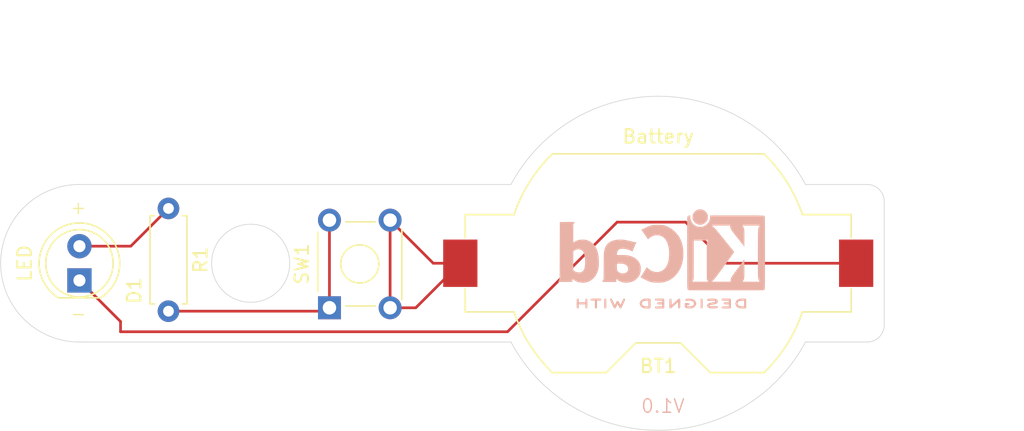
<source format=kicad_pcb>
(kicad_pcb (version 20240108) (generator "pcbnew") (generator_version "8.0")
  (title_block (title "LEd Torch") (date "2024-04-02") (rev "0.1"))
  (layers (0 "F.Cu" signal) (31 "B.Cu" signal) (34 "B.Paste" user) (35 "F.Paste" user) (36 "B.SilkS" user "B.Silkscreen") (37 "F.SilkS" user "F.Silkscreen") (38 "B.Mask" user) (39 "F.Mask" user) (44 "Edge.Cuts" user))
  (net 0 "")
  (net 1 "/LED_cathode")
  (net 2 "/Bat_pos")
  (net 3 "/LED_anode")
  (net 4 "Net-(SW1A-A)")
  (footprint "Battery:BatteryHolder_Keystone_1058_1x2032" (layer "F.Cu") (at 164.592 134.874)
    (property "Reference" "BT1" (at 0 7.62 0) (layer "F.SilkS"))
    (property "Value" "Battery" (at 0 -9.398 0) (layer "F.SilkS"))
    (pad "1" smd rect (at -14.68 0) (size 2.54 3.51) (layers "F.Cu" "F.Paste" "F.Mask") (net 2 "/Bat_pos"))
    (pad "2" smd rect (at 14.68 0) (size 2.54 3.51) (layers "F.Cu" "F.Paste" "F.Mask") (net 1 "/LED_cathode"))
  )
  (footprint "Button_Switch_THT:SW_TH_Tactile_Omron_B3F-10xx" (layer "F.Cu") (at 140.208 138.176 90)
    (property "Reference" "SW1" (at 3.25 -2.05 270) (layer "F.SilkS"))
    (property "Value" "SW_DPST_x2")
    (pad "1" thru_hole rect (at 0 0 90) (size 1.7 1.7) (drill 1) (layers "*.Cu" "*.Mask") (net 4 "Net-(SW1A-A)"))
    (pad "1" thru_hole circle (at 6.5 0 90) (size 1.7 1.7) (drill 1) (layers "*.Cu" "*.Mask") (net 4 "Net-(SW1A-A)"))
    (pad "2" thru_hole circle (at 0 4.5 90) (size 1.7 1.7) (drill 1) (layers "*.Cu" "*.Mask") (net 2 "/Bat_pos"))
    (pad "2" thru_hole circle (at 6.5 4.5 90) (size 1.7 1.7) (drill 1) (layers "*.Cu" "*.Mask") (net 2 "/Bat_pos"))
  )
  (footprint "LED_THT:LED_D5.0mm" (layer "F.Cu") (at 121.666 136.149 90)
    (property "Reference" "D1" (at -0.757 4.064 270) (layer "F.SilkS"))
    (property "Value" "LED" (at 1.275 -4.064 270) (layer "F.SilkS"))
    (pad "1" thru_hole rect (at 0 0 90) (size 1.8 1.8) (drill 0.9) (layers "*.Cu" "*.Mask") (net 1 "/LED_cathode"))
    (pad "2" thru_hole circle (at 2.54 0 90) (size 1.8 1.8) (drill 0.9) (layers "*.Cu" "*.Mask") (net 3 "/LED_anode"))
  )
  (footprint "Resistor_THT:R_Axial_DIN0207_L6.3mm_D2.5mm_P7.62mm_Horizontal" (layer "F.Cu") (at 128.27 130.81 -90)
    (property "Reference" "R1" (at 3.81 -2.37 90) (layer "F.SilkS"))
    (property "Value" "R")
    (pad "1" thru_hole circle (at 0 0 270) (size 1.6 1.6) (drill 0.8) (layers "*.Cu" "*.Mask") (net 3 "/LED_anode"))
    (pad "2" thru_hole oval (at 7.62 0 270) (size 1.6 1.6) (drill 0.8) (layers "*.Cu" "*.Mask") (net 4 "Net-(SW1A-A)"))
  )
  (footprint "Symbol:KiCad-Logo2_6mm_SilkScreen" (layer "B.Cu") (at 164.846 133.858 180)
    (property "Reference" "REF**" (hide yes))
    (property "Value" "KiCad-Logo2_6mm_SilkScreen" (hide yes))
  )
  (gr_line (start 121.666 140.716) (end 153.67 140.716) (stroke (width 0.05)) (layer "Edge.Cuts"))
  (gr_line (start 175.514 129.032) (end 180.086 129.032) (stroke (width 0.05)) (layer "Edge.Cuts"))
  (gr_arc (start 181.356 139.446) (mid 180.984026 140.344026) (end 180.086 140.716) (stroke (width 0.05)) (layer "Edge.Cuts"))
  (gr_circle (center 134.366 134.874) (end 136.652 136.652) (stroke (width 0.05)) (fill none) (layer "Edge.Cuts"))
  (gr_arc (start 180.086 129.032) (mid 180.984026 129.403974) (end 181.356 130.302) (stroke (width 0.05)) (layer "Edge.Cuts"))
  (gr_arc (start 175.514 140.716) (mid 164.592 147.260244) (end 153.67 140.716) (stroke (width 0.05)) (layer "Edge.Cuts"))
  (gr_arc (start 121.666 140.716) (mid 115.824 134.874) (end 121.666 129.032) (stroke (width 0.05)) (layer "Edge.Cuts"))
  (gr_arc (start 153.67 129.032) (mid 164.592 122.487756) (end 175.514 129.032) (stroke (width 0.05)) (layer "Edge.Cuts"))
  (gr_line (start 181.356 139.446) (end 181.356 130.302) (stroke (width 0.05)) (layer "Edge.Cuts"))
  (gr_line (start 153.67 129.032) (end 121.666 129.032) (stroke (width 0.05)) (layer "Edge.Cuts"))
  (gr_line (start 175.514 140.716) (end 180.086 140.716) (stroke (width 0.05)) (layer "Edge.Cuts"))
  (gr_text "V1.0" (at 166.624 146.05 0) (layer "B.SilkS") (effects (font (size 1 1) (thickness 0.1)) (justify left bottom mirror)))
  (gr_text "-" (at 120.904 139.192 0) (layer "F.SilkS") (effects (font (size 1 1) (thickness 0.1)) (justify left bottom)))
  (gr_text "+" (at 120.904 131.318 0) (layer "F.SilkS") (effects (font (size 1 1) (thickness 0.1)) (justify left bottom)))
  (segment (start 121.666 136.149) (end 124.714 139.197) (width 0.2) (layer "F.Cu") (net 1))
  (segment (start 124.714 139.954) (end 153.416 139.954) (width 0.2) (layer "F.Cu") (net 1))
  (segment (start 124.714 139.197) (end 124.714 139.954) (width 0.2) (layer "F.Cu") (net 1))
  (segment (start 161.544 131.826) (end 166.624 131.826) (width 0.2) (layer "F.Cu") (net 1))
  (segment (start 153.416 139.954) (end 161.544 131.826) (width 0.2) (layer "F.Cu") (net 1))
  (segment (start 169.672 134.874) (end 179.272 134.874) (width 0.2) (layer "F.Cu") (net 1))
  (segment (start 166.624 131.826) (end 169.672 134.874) (width 0.2) (layer "F.Cu") (net 1))
  (segment (start 149.912 134.874) (end 147.906 134.874) (width 0.2) (layer "F.Cu") (net 2))
  (segment (start 144.708 138.176) (end 146.61 138.176) (width 0.2) (layer "F.Cu") (net 2))
  (segment (start 144.708 131.676) (end 144.708 138.176) (width 0.2) (layer "F.Cu") (net 2))
  (segment (start 146.61 138.176) (end 149.912 134.874) (width 0.2) (layer "F.Cu") (net 2))
  (segment (start 147.906 134.874) (end 144.708 131.676) (width 0.2) (layer "F.Cu") (net 2))
  (segment (start 125.471 133.609) (end 128.27 130.81) (width 0.2) (layer "F.Cu") (net 3))
  (segment (start 121.666 133.609) (end 125.471 133.609) (width 0.2) (layer "F.Cu") (net 3))
  (segment (start 139.954 138.43) (end 140.208 138.176) (width 0.2) (layer "F.Cu") (net 4))
  (segment (start 140.208 138.176) (end 140.208 131.676) (width 0.2) (layer "F.Cu") (net 4))
  (segment (start 128.27 138.43) (end 139.954 138.43) (width 0.2) (layer "F.Cu") (net 4))
)
</source>
